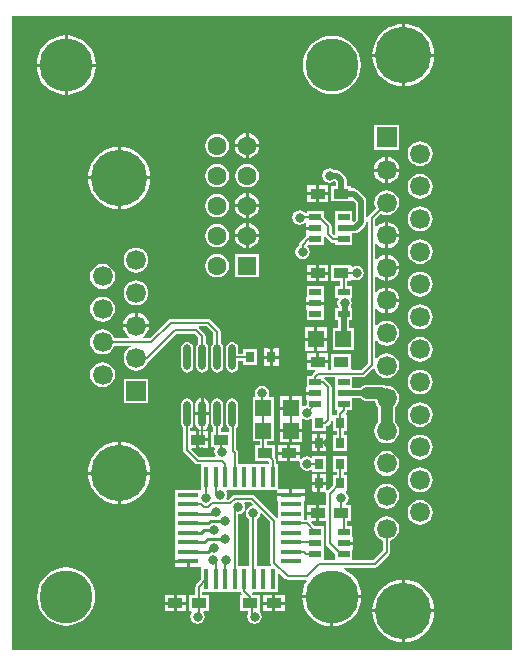
<source format=gtl>
G04 Layer_Physical_Order=1*
G04 Layer_Color=255*
%FSAX44Y44*%
%MOMM*%
G71*
G01*
G75*
%ADD10R,1.0000X0.6000*%
%ADD11R,0.7500X0.9500*%
%ADD12R,1.3000X0.9000*%
%ADD13R,1.3500X1.4500*%
%ADD14O,0.6000X2.2000*%
%ADD15R,1.8000X0.4500*%
%ADD16R,0.4500X1.8000*%
%ADD17C,0.2000*%
%ADD18C,1.0000*%
%ADD19C,0.5000*%
%ADD20C,0.2540*%
%ADD21C,1.6000*%
%ADD22R,1.6000X1.6000*%
%ADD23C,1.6900*%
%ADD24R,1.6900X1.6900*%
%ADD25C,4.7600*%
%ADD26C,4.5000*%
%ADD27C,0.8000*%
G36*
X00763762Y00639588D02*
X00341138D01*
Y01176512D01*
X00763762D01*
Y00639588D01*
D02*
G37*
%LPC*%
G36*
X00673350Y01169632D02*
Y01144580D01*
X00698401D01*
X00698176Y01147443D01*
X00697208Y01151475D01*
X00695622Y01155305D01*
X00693455Y01158840D01*
X00690763Y01161993D01*
X00687610Y01164685D01*
X00684075Y01166852D01*
X00680245Y01168438D01*
X00676213Y01169406D01*
X00673350Y01169632D01*
D02*
G37*
G36*
X00670810D02*
X00667947Y01169406D01*
X00663915Y01168438D01*
X00660085Y01166852D01*
X00656550Y01164685D01*
X00653397Y01161993D01*
X00650705Y01158840D01*
X00648538Y01155305D01*
X00646952Y01151475D01*
X00645984Y01147443D01*
X00645759Y01144580D01*
X00670810D01*
Y01169632D01*
D02*
G37*
G36*
X00387820Y01160036D02*
Y01136270D01*
X00411586D01*
X00411228Y01139909D01*
X00409796Y01144629D01*
X00407471Y01148979D01*
X00404342Y01152792D01*
X00400529Y01155921D01*
X00396179Y01158246D01*
X00391459Y01159678D01*
X00387820Y01160036D01*
D02*
G37*
G36*
X00385280Y01160036D02*
X00381641Y01159678D01*
X00376921Y01158246D01*
X00372571Y01155921D01*
X00368758Y01152792D01*
X00365629Y01148979D01*
X00363304Y01144629D01*
X00361872Y01139909D01*
X00361514Y01136270D01*
X00385280D01*
Y01160036D01*
D02*
G37*
G36*
X00670810Y01142040D02*
X00645759D01*
X00645984Y01139177D01*
X00646952Y01135145D01*
X00648538Y01131315D01*
X00650705Y01127780D01*
X00653397Y01124627D01*
X00656550Y01121935D01*
X00660085Y01119768D01*
X00663915Y01118182D01*
X00667947Y01117214D01*
X00670810Y01116988D01*
Y01142040D01*
D02*
G37*
G36*
X00698401D02*
X00673350D01*
Y01116988D01*
X00676213Y01117214D01*
X00680245Y01118182D01*
X00684075Y01119768D01*
X00687610Y01121935D01*
X00690763Y01124627D01*
X00693455Y01127780D01*
X00695622Y01131315D01*
X00697208Y01135145D01*
X00698176Y01139177D01*
X00698401Y01142040D01*
D02*
G37*
G36*
X00611550Y01159619D02*
X00606747Y01159146D01*
X00602129Y01157745D01*
X00597873Y01155470D01*
X00594142Y01152408D01*
X00591080Y01148677D01*
X00588806Y01144421D01*
X00587405Y01139803D01*
X00586931Y01135000D01*
X00587405Y01130197D01*
X00588806Y01125579D01*
X00591080Y01121323D01*
X00594142Y01117592D01*
X00597873Y01114530D01*
X00602129Y01112255D01*
X00606747Y01110854D01*
X00611550Y01110381D01*
X00616353Y01110854D01*
X00620971Y01112255D01*
X00625227Y01114530D01*
X00628958Y01117592D01*
X00632020Y01121323D01*
X00634295Y01125579D01*
X00635695Y01130197D01*
X00636169Y01135000D01*
X00635695Y01139803D01*
X00634295Y01144421D01*
X00632020Y01148677D01*
X00628958Y01152408D01*
X00625227Y01155470D01*
X00620971Y01157745D01*
X00616353Y01159146D01*
X00611550Y01159619D01*
D02*
G37*
G36*
X00411586Y01133730D02*
X00387820D01*
Y01109964D01*
X00391459Y01110322D01*
X00396179Y01111754D01*
X00400529Y01114079D01*
X00404342Y01117208D01*
X00407471Y01121021D01*
X00409796Y01125371D01*
X00411228Y01130091D01*
X00411586Y01133730D01*
D02*
G37*
G36*
X00385280D02*
X00361514D01*
X00361872Y01130091D01*
X00363304Y01125371D01*
X00365629Y01121021D01*
X00368758Y01117208D01*
X00372571Y01114079D01*
X00376921Y01111754D01*
X00381641Y01110322D01*
X00385280Y01109964D01*
Y01133730D01*
D02*
G37*
G36*
X00541020Y01077264D02*
Y01068070D01*
X00550214D01*
X00550019Y01069551D01*
X00548957Y01072115D01*
X00547267Y01074317D01*
X00545065Y01076007D01*
X00542501Y01077069D01*
X00541020Y01077264D01*
D02*
G37*
G36*
X00538480D02*
X00536998Y01077069D01*
X00534435Y01076007D01*
X00532233Y01074317D01*
X00530543Y01072115D01*
X00529481Y01069551D01*
X00529286Y01068070D01*
X00538480D01*
Y01077264D01*
D02*
G37*
G36*
X00668330Y01084160D02*
X00647430D01*
Y01063260D01*
X00668330D01*
Y01084160D01*
D02*
G37*
G36*
X00514350Y01076886D02*
X00511740Y01076543D01*
X00509307Y01075535D01*
X00507218Y01073932D01*
X00505615Y01071843D01*
X00504607Y01069410D01*
X00504264Y01066800D01*
X00504607Y01064190D01*
X00505615Y01061757D01*
X00507218Y01059668D01*
X00509307Y01058065D01*
X00511740Y01057057D01*
X00514350Y01056714D01*
X00516960Y01057057D01*
X00519393Y01058065D01*
X00521482Y01059668D01*
X00523085Y01061757D01*
X00524093Y01064190D01*
X00524436Y01066800D01*
X00524093Y01069410D01*
X00523085Y01071843D01*
X00521482Y01073932D01*
X00519393Y01075535D01*
X00516960Y01076543D01*
X00514350Y01076886D01*
D02*
G37*
G36*
X00550214Y01065530D02*
X00541020D01*
Y01056336D01*
X00542501Y01056531D01*
X00545065Y01057593D01*
X00547267Y01059283D01*
X00548957Y01061485D01*
X00550019Y01064048D01*
X00550214Y01065530D01*
D02*
G37*
G36*
X00538480D02*
X00529286D01*
X00529481Y01064048D01*
X00530543Y01061485D01*
X00532233Y01059283D01*
X00534435Y01057593D01*
X00536998Y01056531D01*
X00538480Y01056336D01*
Y01065530D01*
D02*
G37*
G36*
X00686280Y01070445D02*
X00683552Y01070086D01*
X00681010Y01069033D01*
X00678827Y01067358D01*
X00677152Y01065175D01*
X00676099Y01062633D01*
X00675740Y01059905D01*
X00676099Y01057177D01*
X00677152Y01054635D01*
X00678827Y01052452D01*
X00681010Y01050777D01*
X00683552Y01049724D01*
X00686280Y01049365D01*
X00689008Y01049724D01*
X00691550Y01050777D01*
X00693733Y01052452D01*
X00695408Y01054635D01*
X00696461Y01057177D01*
X00696820Y01059905D01*
X00696461Y01062633D01*
X00695408Y01065175D01*
X00693733Y01067358D01*
X00691550Y01069033D01*
X00689008Y01070086D01*
X00686280Y01070445D01*
D02*
G37*
G36*
X00659150Y01057018D02*
Y01047370D01*
X00668798D01*
X00668587Y01048969D01*
X00667480Y01051642D01*
X00665718Y01053938D01*
X00663422Y01055700D01*
X00660749Y01056807D01*
X00659150Y01057018D01*
D02*
G37*
G36*
X00656610D02*
X00655011Y01056807D01*
X00652338Y01055700D01*
X00650042Y01053938D01*
X00648280Y01051642D01*
X00647173Y01048969D01*
X00646962Y01047370D01*
X00656610D01*
Y01057018D01*
D02*
G37*
G36*
X00432820Y01065671D02*
Y01040620D01*
X00457872D01*
X00457646Y01043483D01*
X00456678Y01047515D01*
X00455092Y01051345D01*
X00452925Y01054880D01*
X00450233Y01058033D01*
X00447080Y01060725D01*
X00443545Y01062892D01*
X00439715Y01064478D01*
X00435683Y01065446D01*
X00432820Y01065671D01*
D02*
G37*
G36*
X00430280D02*
X00427417Y01065446D01*
X00423385Y01064478D01*
X00419555Y01062892D01*
X00416020Y01060725D01*
X00412867Y01058033D01*
X00410175Y01054880D01*
X00408008Y01051345D01*
X00406422Y01047515D01*
X00405454Y01043483D01*
X00405229Y01040620D01*
X00430280D01*
Y01065671D01*
D02*
G37*
G36*
X00668798Y01044830D02*
X00659150D01*
Y01035182D01*
X00660749Y01035393D01*
X00663422Y01036500D01*
X00665718Y01038262D01*
X00667480Y01040557D01*
X00668587Y01043231D01*
X00668798Y01044830D01*
D02*
G37*
G36*
X00656610D02*
X00646962D01*
X00647173Y01043231D01*
X00648280Y01040557D01*
X00650042Y01038262D01*
X00652338Y01036500D01*
X00655011Y01035393D01*
X00656610Y01035182D01*
Y01044830D01*
D02*
G37*
G36*
X00539750Y01051486D02*
X00537140Y01051143D01*
X00534707Y01050135D01*
X00532618Y01048532D01*
X00531015Y01046443D01*
X00530007Y01044010D01*
X00529664Y01041400D01*
X00530007Y01038790D01*
X00531015Y01036357D01*
X00532618Y01034268D01*
X00534707Y01032665D01*
X00537140Y01031657D01*
X00539750Y01031314D01*
X00542360Y01031657D01*
X00544793Y01032665D01*
X00546882Y01034268D01*
X00548485Y01036357D01*
X00549493Y01038790D01*
X00549836Y01041400D01*
X00549493Y01044010D01*
X00548485Y01046443D01*
X00546882Y01048532D01*
X00544793Y01050135D01*
X00542360Y01051143D01*
X00539750Y01051486D01*
D02*
G37*
G36*
X00514350D02*
X00511740Y01051143D01*
X00509307Y01050135D01*
X00507218Y01048532D01*
X00505615Y01046443D01*
X00504607Y01044010D01*
X00504264Y01041400D01*
X00504607Y01038790D01*
X00505615Y01036357D01*
X00507218Y01034268D01*
X00509307Y01032665D01*
X00511740Y01031657D01*
X00514350Y01031314D01*
X00516960Y01031657D01*
X00519393Y01032665D01*
X00521482Y01034268D01*
X00523085Y01036357D01*
X00524093Y01038790D01*
X00524436Y01041400D01*
X00524093Y01044010D01*
X00523085Y01046443D01*
X00521482Y01048532D01*
X00519393Y01050135D01*
X00516960Y01051143D01*
X00514350Y01051486D01*
D02*
G37*
G36*
X00608640Y01033200D02*
X00600870D01*
Y01027430D01*
X00608640D01*
Y01033200D01*
D02*
G37*
G36*
X00598330D02*
X00590560D01*
Y01027430D01*
X00598330D01*
Y01033200D01*
D02*
G37*
G36*
X00686280Y01042835D02*
X00683552Y01042476D01*
X00681010Y01041423D01*
X00678827Y01039748D01*
X00677152Y01037565D01*
X00676099Y01035023D01*
X00675740Y01032295D01*
X00676099Y01029567D01*
X00677152Y01027025D01*
X00678827Y01024842D01*
X00681010Y01023167D01*
X00683552Y01022114D01*
X00686280Y01021755D01*
X00689008Y01022114D01*
X00691550Y01023167D01*
X00693733Y01024842D01*
X00695408Y01027025D01*
X00696461Y01029567D01*
X00696820Y01032295D01*
X00696461Y01035023D01*
X00695408Y01037565D01*
X00693733Y01039748D01*
X00691550Y01041423D01*
X00689008Y01042476D01*
X00686280Y01042835D01*
D02*
G37*
G36*
X00608640Y01024890D02*
X00600870D01*
Y01019120D01*
X00608640D01*
Y01024890D01*
D02*
G37*
G36*
X00598330D02*
X00590560D01*
Y01019120D01*
X00598330D01*
Y01024890D01*
D02*
G37*
G36*
X00541020Y01026464D02*
Y01017270D01*
X00550214D01*
X00550019Y01018752D01*
X00548957Y01021316D01*
X00547267Y01023517D01*
X00545065Y01025207D01*
X00542501Y01026269D01*
X00541020Y01026464D01*
D02*
G37*
G36*
X00538480D02*
X00536998Y01026269D01*
X00534435Y01025207D01*
X00532233Y01023517D01*
X00530543Y01021316D01*
X00529481Y01018752D01*
X00529286Y01017270D01*
X00538480D01*
Y01026464D01*
D02*
G37*
G36*
X00457872Y01038080D02*
X00432820D01*
Y01013028D01*
X00435683Y01013254D01*
X00439715Y01014222D01*
X00443545Y01015808D01*
X00447080Y01017975D01*
X00450233Y01020667D01*
X00452925Y01023820D01*
X00455092Y01027355D01*
X00456678Y01031185D01*
X00457646Y01035217D01*
X00457872Y01038080D01*
D02*
G37*
G36*
X00430280D02*
X00405229D01*
X00405454Y01035217D01*
X00406422Y01031185D01*
X00408008Y01027355D01*
X00410175Y01023820D01*
X00412867Y01020667D01*
X00416020Y01017975D01*
X00419555Y01015808D01*
X00423385Y01014222D01*
X00427417Y01013254D01*
X00430280Y01013028D01*
Y01038080D01*
D02*
G37*
G36*
X00514350Y01026086D02*
X00511740Y01025743D01*
X00509307Y01024735D01*
X00507218Y01023132D01*
X00505615Y01021043D01*
X00504607Y01018611D01*
X00504264Y01016000D01*
X00504607Y01013390D01*
X00505615Y01010957D01*
X00507218Y01008868D01*
X00509307Y01007265D01*
X00511740Y01006257D01*
X00514350Y01005914D01*
X00516960Y01006257D01*
X00519393Y01007265D01*
X00521482Y01008868D01*
X00523085Y01010957D01*
X00524093Y01013390D01*
X00524436Y01016000D01*
X00524093Y01018611D01*
X00523085Y01021043D01*
X00521482Y01023132D01*
X00519393Y01024735D01*
X00516960Y01025743D01*
X00514350Y01026086D01*
D02*
G37*
G36*
X00550214Y01014730D02*
X00541020D01*
Y01005536D01*
X00542501Y01005731D01*
X00545065Y01006793D01*
X00547267Y01008483D01*
X00548957Y01010685D01*
X00550019Y01013249D01*
X00550214Y01014730D01*
D02*
G37*
G36*
X00538480D02*
X00529286D01*
X00529481Y01013249D01*
X00530543Y01010685D01*
X00532233Y01008483D01*
X00534435Y01006793D01*
X00536998Y01005731D01*
X00538480Y01005536D01*
Y01014730D01*
D02*
G37*
G36*
X00609600Y01047517D02*
X00607259Y01047052D01*
X00605274Y01045726D01*
X00603948Y01043741D01*
X00603483Y01041400D01*
X00603948Y01039059D01*
X00605274Y01037074D01*
X00607259Y01035748D01*
X00609600Y01035283D01*
X00611941Y01035748D01*
X00613533Y01036812D01*
X00614049D01*
X00615012Y01035850D01*
Y01032660D01*
X00611100D01*
Y01019660D01*
X00628100D01*
Y01019832D01*
X00629273Y01020318D01*
X00631682Y01017909D01*
Y01003931D01*
X00629870Y01002119D01*
X00628600Y01002645D01*
Y01011450D01*
X00614600D01*
Y01001450D01*
Y00991722D01*
X00613330Y00991196D01*
X00611389Y00993137D01*
Y00998463D01*
X00611156Y00999633D01*
X00610493Y01000626D01*
X00610493Y01000626D01*
X00604600Y01006518D01*
Y01011450D01*
X00590600D01*
Y01009509D01*
X00588965D01*
X00588526Y01010166D01*
X00586541Y01011492D01*
X00584200Y01011957D01*
X00581859Y01011492D01*
X00579874Y01010166D01*
X00578548Y01008181D01*
X00578083Y01005840D01*
X00578548Y01003499D01*
X00579874Y01001514D01*
X00581859Y01000188D01*
X00584200Y00999723D01*
X00586541Y01000188D01*
X00588526Y01001514D01*
X00588790Y01001910D01*
X00590060Y01001525D01*
Y00998220D01*
X00597600D01*
Y00995680D01*
X00590060D01*
Y00991410D01*
X00590060Y00991410D01*
X00589922Y00990197D01*
X00589047Y00989613D01*
X00589047Y00989613D01*
X00584577Y00985143D01*
X00583914Y00984150D01*
X00583681Y00982980D01*
X00583681Y00982980D01*
Y00981802D01*
X00582414Y00980956D01*
X00581088Y00978971D01*
X00580622Y00976630D01*
X00581088Y00974289D01*
X00582414Y00972304D01*
X00584399Y00970978D01*
X00586740Y00970512D01*
X00589081Y00970978D01*
X00591066Y00972304D01*
X00592392Y00974289D01*
X00592858Y00976630D01*
X00592392Y00978971D01*
X00591066Y00980956D01*
X00590730Y00981180D01*
X00591115Y00982450D01*
X00604600D01*
Y00989767D01*
X00605870Y00990152D01*
X00606167Y00989707D01*
X00610587Y00985287D01*
X00610587Y00985287D01*
X00611579Y00984624D01*
X00612750Y00984391D01*
X00614600D01*
Y00982450D01*
X00628600D01*
Y00992362D01*
X00631190D01*
X00632946Y00992711D01*
X00634434Y00993706D01*
X00639514Y00998786D01*
X00640509Y01000274D01*
X00640831Y01001895D01*
X00642101Y01001769D01*
Y00882647D01*
X00636273Y00876819D01*
X00629121D01*
X00628100Y00877420D01*
X00628100Y00878089D01*
Y00890420D01*
X00611100D01*
Y00878089D01*
X00611100Y00877420D01*
X00610079Y00876819D01*
X00609885D01*
X00608640Y00876880D01*
X00608640Y00878089D01*
Y00882650D01*
X00599600D01*
X00590560D01*
Y00876880D01*
X00597206D01*
X00597234Y00876844D01*
X00597664Y00875610D01*
X00595437Y00873383D01*
X00594774Y00872391D01*
X00594647Y00871750D01*
X00590600D01*
Y00862790D01*
X00590060D01*
Y00858520D01*
X00597600D01*
Y00855980D01*
X00590060D01*
Y00851710D01*
X00590600D01*
Y00846899D01*
X00590550Y00846858D01*
X00588209Y00846392D01*
X00587460Y00845891D01*
X00586190Y00846570D01*
Y00854340D01*
X00578170D01*
Y00844550D01*
X00576900D01*
Y00843280D01*
X00567610D01*
Y00834760D01*
Y00826770D01*
X00576900D01*
Y00825500D01*
D01*
Y00826770D01*
X00586190D01*
Y00834910D01*
X00587460Y00835589D01*
X00588209Y00835088D01*
X00590550Y00834622D01*
X00592891Y00835088D01*
X00593730Y00835649D01*
X00594850Y00835050D01*
Y00825100D01*
X00606350D01*
Y00828903D01*
X00606960Y00829024D01*
X00607953Y00829687D01*
X00610493Y00832227D01*
X00610493Y00832227D01*
X00611156Y00833219D01*
X00611389Y00834390D01*
Y00862330D01*
X00611389Y00862330D01*
X00611156Y00863501D01*
X00610493Y00864493D01*
X00610493Y00864493D01*
X00606073Y00868913D01*
X00605297Y00869431D01*
X00605409Y00870439D01*
X00605508Y00870701D01*
X00614600D01*
Y00861750D01*
Y00852250D01*
Y00842750D01*
X00615832D01*
X00616261Y00841480D01*
X00615774Y00840751D01*
X00615541Y00839580D01*
X00614785Y00838600D01*
X00612850D01*
Y00825100D01*
X00615541D01*
Y00822090D01*
X00612850D01*
Y00808590D01*
X00624350D01*
Y00822090D01*
X00621659D01*
Y00825100D01*
X00624350D01*
Y00838600D01*
X00623605D01*
X00623119Y00839773D01*
X00623763Y00840417D01*
X00623763Y00840417D01*
X00624426Y00841410D01*
X00624659Y00842580D01*
X00625889Y00842750D01*
X00628600D01*
Y00852662D01*
X00636047D01*
X00636358Y00852258D01*
X00637820Y00851135D01*
X00639523Y00850430D01*
X00641350Y00850190D01*
X00647688D01*
X00647699Y00850102D01*
X00648752Y00847560D01*
X00650427Y00845377D01*
X00650820Y00845076D01*
Y00832974D01*
X00650427Y00832673D01*
X00648752Y00830490D01*
X00647699Y00827948D01*
X00647340Y00825220D01*
X00647699Y00822492D01*
X00648752Y00819950D01*
X00650427Y00817767D01*
X00652610Y00816092D01*
X00655152Y00815039D01*
X00657880Y00814680D01*
X00660608Y00815039D01*
X00663150Y00816092D01*
X00665333Y00817767D01*
X00667008Y00819950D01*
X00668061Y00822492D01*
X00668420Y00825220D01*
X00668061Y00827948D01*
X00667008Y00830490D01*
X00665333Y00832673D01*
X00664940Y00832974D01*
Y00845076D01*
X00665333Y00845377D01*
X00667008Y00847560D01*
X00668061Y00850102D01*
X00668420Y00852830D01*
X00668061Y00855558D01*
X00667008Y00858100D01*
X00665333Y00860283D01*
X00663150Y00861958D01*
X00660608Y00863011D01*
X00657880Y00863370D01*
X00657114Y00863269D01*
X00656990Y00863364D01*
X00655287Y00864070D01*
X00653460Y00864310D01*
X00641350D01*
X00639523Y00864070D01*
X00637820Y00863364D01*
X00636358Y00862242D01*
X00636047Y00861838D01*
X00628600D01*
Y00870701D01*
X00637540D01*
X00637540Y00870701D01*
X00638711Y00870934D01*
X00639703Y00871597D01*
X00646348Y00878242D01*
X00647689Y00877787D01*
X00647699Y00877712D01*
X00648752Y00875170D01*
X00650427Y00872987D01*
X00652610Y00871312D01*
X00655152Y00870259D01*
X00657880Y00869900D01*
X00660608Y00870259D01*
X00663150Y00871312D01*
X00665333Y00872987D01*
X00667008Y00875170D01*
X00668061Y00877712D01*
X00668420Y00880440D01*
X00668061Y00883168D01*
X00667008Y00885710D01*
X00665333Y00887893D01*
X00663150Y00889568D01*
X00660608Y00890621D01*
X00657880Y00890980D01*
X00655152Y00890621D01*
X00652610Y00889568D01*
X00650427Y00887893D01*
X00649489Y00886670D01*
X00648219Y00887101D01*
Y00901388D01*
X00649489Y00901820D01*
X00650427Y00900597D01*
X00652610Y00898922D01*
X00655152Y00897869D01*
X00657880Y00897510D01*
X00660608Y00897869D01*
X00663150Y00898922D01*
X00665333Y00900597D01*
X00667008Y00902780D01*
X00668061Y00905322D01*
X00668420Y00908050D01*
X00668061Y00910778D01*
X00667008Y00913320D01*
X00665333Y00915503D01*
X00663150Y00917178D01*
X00660608Y00918231D01*
X00657880Y00918590D01*
X00655152Y00918231D01*
X00652610Y00917178D01*
X00650427Y00915503D01*
X00649489Y00914280D01*
X00648219Y00914711D01*
Y00928111D01*
X00649489Y00928543D01*
X00650042Y00927822D01*
X00652338Y00926060D01*
X00655011Y00924953D01*
X00656610Y00924742D01*
Y00935660D01*
Y00946578D01*
X00655011Y00946367D01*
X00652338Y00945260D01*
X00650042Y00943498D01*
X00649489Y00942777D01*
X00648219Y00943208D01*
Y00955722D01*
X00649489Y00956153D01*
X00650042Y00955432D01*
X00652338Y00953670D01*
X00655011Y00952563D01*
X00656610Y00952352D01*
Y00963270D01*
Y00974188D01*
X00655011Y00973977D01*
X00652338Y00972870D01*
X00650042Y00971108D01*
X00649489Y00970387D01*
X00648219Y00970818D01*
Y00983331D01*
X00649489Y00983763D01*
X00650042Y00983042D01*
X00652338Y00981280D01*
X00655011Y00980173D01*
X00656610Y00979962D01*
Y00990880D01*
Y01001798D01*
X00655011Y01001587D01*
X00652338Y01000480D01*
X00650042Y00998718D01*
X00649489Y00997997D01*
X00648219Y00998428D01*
Y01004503D01*
X00652941Y01009225D01*
X00655152Y01008309D01*
X00657880Y01007950D01*
X00660608Y01008309D01*
X00663150Y01009362D01*
X00665333Y01011037D01*
X00667008Y01013220D01*
X00668061Y01015762D01*
X00668420Y01018490D01*
X00668061Y01021218D01*
X00667008Y01023760D01*
X00665333Y01025943D01*
X00663150Y01027618D01*
X00660608Y01028671D01*
X00657880Y01029030D01*
X00655152Y01028671D01*
X00652610Y01027618D01*
X00650427Y01025943D01*
X00648752Y01023760D01*
X00647699Y01021218D01*
X00647340Y01018490D01*
X00647699Y01015762D01*
X00648615Y01013551D01*
X00642997Y01007933D01*
X00642334Y01006941D01*
X00642128Y01005906D01*
X00640858Y01006031D01*
Y01019810D01*
X00640509Y01021566D01*
X00639514Y01023054D01*
X00633164Y01029404D01*
X00631676Y01030399D01*
X00629920Y01030748D01*
X00628100D01*
Y01032660D01*
X00624188D01*
Y01037750D01*
X00623839Y01039506D01*
X00622844Y01040994D01*
X00619194Y01044644D01*
X00617706Y01045639D01*
X00615950Y01045988D01*
X00613533D01*
X00611941Y01047052D01*
X00609600Y01047517D01*
D02*
G37*
G36*
X00686280Y01015225D02*
X00683552Y01014866D01*
X00681010Y01013813D01*
X00678827Y01012138D01*
X00677152Y01009955D01*
X00676099Y01007413D01*
X00675740Y01004685D01*
X00676099Y01001957D01*
X00677152Y00999415D01*
X00678827Y00997232D01*
X00681010Y00995557D01*
X00683552Y00994504D01*
X00686280Y00994145D01*
X00689008Y00994504D01*
X00691550Y00995557D01*
X00693733Y00997232D01*
X00695408Y00999415D01*
X00696461Y01001957D01*
X00696820Y01004685D01*
X00696461Y01007413D01*
X00695408Y01009955D01*
X00693733Y01012138D01*
X00691550Y01013813D01*
X00689008Y01014866D01*
X00686280Y01015225D01*
D02*
G37*
G36*
X00659150Y01001798D02*
Y00992150D01*
X00668798D01*
X00668587Y00993749D01*
X00667480Y00996422D01*
X00665718Y00998718D01*
X00663422Y01000480D01*
X00660749Y01001587D01*
X00659150Y01001798D01*
D02*
G37*
G36*
X00541020Y01001064D02*
Y00991870D01*
X00550214D01*
X00550019Y00993352D01*
X00548957Y00995916D01*
X00547267Y00998117D01*
X00545065Y00999807D01*
X00542501Y01000869D01*
X00541020Y01001064D01*
D02*
G37*
G36*
X00538480D02*
X00536998Y01000869D01*
X00534435Y00999807D01*
X00532233Y00998117D01*
X00530543Y00995916D01*
X00529481Y00993352D01*
X00529286Y00991870D01*
X00538480D01*
Y01001064D01*
D02*
G37*
G36*
X00514350Y01000686D02*
X00511740Y01000343D01*
X00509307Y00999335D01*
X00507218Y00997732D01*
X00505615Y00995643D01*
X00504607Y00993211D01*
X00504264Y00990600D01*
X00504607Y00987990D01*
X00505615Y00985557D01*
X00507218Y00983468D01*
X00509307Y00981865D01*
X00511740Y00980857D01*
X00514350Y00980514D01*
X00516960Y00980857D01*
X00519393Y00981865D01*
X00521482Y00983468D01*
X00523085Y00985557D01*
X00524093Y00987990D01*
X00524436Y00990600D01*
X00524093Y00993211D01*
X00523085Y00995643D01*
X00521482Y00997732D01*
X00519393Y00999335D01*
X00516960Y01000343D01*
X00514350Y01000686D01*
D02*
G37*
G36*
X00550214Y00989330D02*
X00541020D01*
Y00980136D01*
X00542501Y00980331D01*
X00545065Y00981393D01*
X00547267Y00983083D01*
X00548957Y00985285D01*
X00550019Y00987849D01*
X00550214Y00989330D01*
D02*
G37*
G36*
X00538480D02*
X00529286D01*
X00529481Y00987849D01*
X00530543Y00985285D01*
X00532233Y00983083D01*
X00534435Y00981393D01*
X00536998Y00980331D01*
X00538480Y00980136D01*
Y00989330D01*
D02*
G37*
G36*
X00668798Y00989610D02*
X00659150D01*
Y00979962D01*
X00660749Y00980173D01*
X00663422Y00981280D01*
X00665718Y00983042D01*
X00667480Y00985338D01*
X00668587Y00988011D01*
X00668798Y00989610D01*
D02*
G37*
G36*
X00686280Y00987615D02*
X00683552Y00987256D01*
X00681010Y00986203D01*
X00678827Y00984528D01*
X00677152Y00982345D01*
X00676099Y00979803D01*
X00675740Y00977075D01*
X00676099Y00974347D01*
X00677152Y00971805D01*
X00678827Y00969622D01*
X00681010Y00967947D01*
X00683552Y00966894D01*
X00686280Y00966535D01*
X00689008Y00966894D01*
X00691550Y00967947D01*
X00693733Y00969622D01*
X00695408Y00971805D01*
X00696461Y00974347D01*
X00696820Y00977075D01*
X00696461Y00979803D01*
X00695408Y00982345D01*
X00693733Y00984528D01*
X00691550Y00986203D01*
X00689008Y00987256D01*
X00686280Y00987615D01*
D02*
G37*
G36*
X00659150Y00974188D02*
Y00964540D01*
X00668798D01*
X00668587Y00966139D01*
X00667480Y00968812D01*
X00665718Y00971108D01*
X00663422Y00972870D01*
X00660749Y00973977D01*
X00659150Y00974188D01*
D02*
G37*
G36*
X00608640Y00965890D02*
X00600870D01*
Y00960120D01*
X00608640D01*
Y00965890D01*
D02*
G37*
G36*
X00598330D02*
X00590560D01*
Y00960120D01*
X00598330D01*
Y00965890D01*
D02*
G37*
G36*
X00445750Y00980340D02*
X00443022Y00979981D01*
X00440480Y00978928D01*
X00438297Y00977253D01*
X00436622Y00975070D01*
X00435569Y00972528D01*
X00435210Y00969800D01*
X00435569Y00967072D01*
X00436622Y00964530D01*
X00438297Y00962347D01*
X00440480Y00960672D01*
X00443022Y00959619D01*
X00445750Y00959260D01*
X00448478Y00959619D01*
X00451020Y00960672D01*
X00453203Y00962347D01*
X00454878Y00964530D01*
X00455931Y00967072D01*
X00456290Y00969800D01*
X00455931Y00972528D01*
X00454878Y00975070D01*
X00453203Y00977253D01*
X00451020Y00978928D01*
X00448478Y00979981D01*
X00445750Y00980340D01*
D02*
G37*
G36*
X00549750Y00975200D02*
X00529750D01*
Y00955200D01*
X00549750D01*
Y00975200D01*
D02*
G37*
G36*
X00514350Y00975286D02*
X00511740Y00974943D01*
X00509307Y00973935D01*
X00507218Y00972332D01*
X00505615Y00970243D01*
X00504607Y00967811D01*
X00504264Y00965200D01*
X00504607Y00962589D01*
X00505615Y00960157D01*
X00507218Y00958068D01*
X00509307Y00956465D01*
X00511740Y00955457D01*
X00514350Y00955114D01*
X00516960Y00955457D01*
X00519393Y00956465D01*
X00521482Y00958068D01*
X00523085Y00960157D01*
X00524093Y00962589D01*
X00524436Y00965200D01*
X00524093Y00967811D01*
X00523085Y00970243D01*
X00521482Y00972332D01*
X00519393Y00973935D01*
X00516960Y00974943D01*
X00514350Y00975286D01*
D02*
G37*
G36*
X00628100Y00965350D02*
X00611100D01*
Y00952350D01*
X00618541D01*
Y00947950D01*
X00614600D01*
Y00937950D01*
X00616563D01*
X00617242Y00936680D01*
X00616648Y00935791D01*
X00616183Y00933450D01*
X00616648Y00931109D01*
X00617242Y00930220D01*
X00616563Y00928950D01*
X00614600D01*
Y00918950D01*
X00617012D01*
Y00912220D01*
X00612600D01*
Y00893720D01*
X00630100D01*
Y00912220D01*
X00626188D01*
Y00918950D01*
X00628600D01*
Y00928950D01*
X00628037D01*
X00627358Y00930220D01*
X00627952Y00931109D01*
X00628418Y00933450D01*
X00627952Y00935791D01*
X00627358Y00936680D01*
X00628037Y00937950D01*
X00628600D01*
Y00947950D01*
X00624659D01*
Y00952350D01*
X00628100D01*
Y00953020D01*
X00629370Y00953699D01*
X00630119Y00953198D01*
X00632460Y00952732D01*
X00634801Y00953198D01*
X00636786Y00954524D01*
X00638112Y00956509D01*
X00638577Y00958850D01*
X00638112Y00961191D01*
X00636786Y00963176D01*
X00634801Y00964502D01*
X00632460Y00964967D01*
X00630119Y00964502D01*
X00629370Y00964001D01*
X00628100Y00964680D01*
Y00965350D01*
D02*
G37*
G36*
X00668798Y00962000D02*
X00659150D01*
Y00952352D01*
X00660749Y00952563D01*
X00663422Y00953670D01*
X00665718Y00955432D01*
X00667480Y00957728D01*
X00668587Y00960401D01*
X00668798Y00962000D01*
D02*
G37*
G36*
X00608640Y00957580D02*
X00600870D01*
Y00951810D01*
X00608640D01*
Y00957580D01*
D02*
G37*
G36*
X00598330D02*
X00590560D01*
Y00951810D01*
X00598330D01*
Y00957580D01*
D02*
G37*
G36*
X00417350Y00966490D02*
X00414622Y00966131D01*
X00412080Y00965078D01*
X00409897Y00963403D01*
X00408222Y00961220D01*
X00407169Y00958678D01*
X00406810Y00955950D01*
X00407169Y00953222D01*
X00408222Y00950680D01*
X00409897Y00948497D01*
X00412080Y00946822D01*
X00414622Y00945769D01*
X00417350Y00945410D01*
X00420078Y00945769D01*
X00422620Y00946822D01*
X00424803Y00948497D01*
X00426478Y00950680D01*
X00427531Y00953222D01*
X00427890Y00955950D01*
X00427531Y00958678D01*
X00426478Y00961220D01*
X00424803Y00963403D01*
X00422620Y00965078D01*
X00420078Y00966131D01*
X00417350Y00966490D01*
D02*
G37*
G36*
X00686280Y00960005D02*
X00683552Y00959646D01*
X00681010Y00958593D01*
X00678827Y00956918D01*
X00677152Y00954735D01*
X00676099Y00952193D01*
X00675740Y00949465D01*
X00676099Y00946737D01*
X00677152Y00944195D01*
X00678827Y00942012D01*
X00681010Y00940337D01*
X00683552Y00939284D01*
X00686280Y00938925D01*
X00689008Y00939284D01*
X00691550Y00940337D01*
X00693733Y00942012D01*
X00695408Y00944195D01*
X00696461Y00946737D01*
X00696820Y00949465D01*
X00696461Y00952193D01*
X00695408Y00954735D01*
X00693733Y00956918D01*
X00691550Y00958593D01*
X00689008Y00959646D01*
X00686280Y00960005D01*
D02*
G37*
G36*
X00659150Y00946578D02*
Y00936930D01*
X00668798D01*
X00668587Y00938529D01*
X00667480Y00941202D01*
X00665718Y00943498D01*
X00663422Y00945260D01*
X00660749Y00946367D01*
X00659150Y00946578D01*
D02*
G37*
G36*
X00604600Y00947950D02*
X00590600D01*
Y00938990D01*
X00590060D01*
Y00934720D01*
X00597600D01*
X00605140D01*
Y00938990D01*
X00604600D01*
Y00947950D01*
D02*
G37*
G36*
X00445750Y00952640D02*
X00443022Y00952281D01*
X00440480Y00951228D01*
X00438297Y00949553D01*
X00436622Y00947370D01*
X00435569Y00944828D01*
X00435210Y00942100D01*
X00435569Y00939372D01*
X00436622Y00936830D01*
X00438297Y00934647D01*
X00440480Y00932972D01*
X00443022Y00931919D01*
X00445750Y00931560D01*
X00448478Y00931919D01*
X00451020Y00932972D01*
X00453203Y00934647D01*
X00454878Y00936830D01*
X00455931Y00939372D01*
X00456290Y00942100D01*
X00455931Y00944828D01*
X00454878Y00947370D01*
X00453203Y00949553D01*
X00451020Y00951228D01*
X00448478Y00952281D01*
X00445750Y00952640D01*
D02*
G37*
G36*
X00668798Y00934390D02*
X00659150D01*
Y00924742D01*
X00660749Y00924953D01*
X00663422Y00926060D01*
X00665718Y00927822D01*
X00667480Y00930118D01*
X00668587Y00932791D01*
X00668798Y00934390D01*
D02*
G37*
G36*
X00605140Y00932180D02*
X00597600D01*
X00590060D01*
Y00927910D01*
X00590600D01*
Y00918950D01*
X00604600D01*
Y00927910D01*
X00605140D01*
Y00932180D01*
D02*
G37*
G36*
X00417350Y00938790D02*
X00414622Y00938431D01*
X00412080Y00937378D01*
X00409897Y00935703D01*
X00408222Y00933520D01*
X00407169Y00930978D01*
X00406810Y00928250D01*
X00407169Y00925522D01*
X00408222Y00922980D01*
X00409897Y00920797D01*
X00412080Y00919122D01*
X00414622Y00918069D01*
X00417350Y00917710D01*
X00420078Y00918069D01*
X00422620Y00919122D01*
X00424803Y00920797D01*
X00426478Y00922980D01*
X00427531Y00925522D01*
X00427890Y00928250D01*
X00427531Y00930978D01*
X00426478Y00933520D01*
X00424803Y00935703D01*
X00422620Y00937378D01*
X00420078Y00938431D01*
X00417350Y00938790D01*
D02*
G37*
G36*
X00447020Y00925318D02*
Y00915670D01*
X00456668D01*
X00456457Y00917269D01*
X00455350Y00919942D01*
X00453588Y00922238D01*
X00451292Y00924000D01*
X00448619Y00925107D01*
X00447020Y00925318D01*
D02*
G37*
G36*
X00444480Y00925318D02*
X00442881Y00925107D01*
X00440208Y00924000D01*
X00437912Y00922238D01*
X00436150Y00919942D01*
X00435043Y00917269D01*
X00434832Y00915670D01*
X00444480D01*
Y00925318D01*
D02*
G37*
G36*
X00686280Y00932395D02*
X00683552Y00932036D01*
X00681010Y00930983D01*
X00678827Y00929308D01*
X00677152Y00927125D01*
X00676099Y00924583D01*
X00675740Y00921855D01*
X00676099Y00919127D01*
X00677152Y00916585D01*
X00678827Y00914402D01*
X00681010Y00912727D01*
X00683552Y00911674D01*
X00686280Y00911315D01*
X00689008Y00911674D01*
X00691550Y00912727D01*
X00693733Y00914402D01*
X00695408Y00916585D01*
X00696461Y00919127D01*
X00696820Y00921855D01*
X00696461Y00924583D01*
X00695408Y00927125D01*
X00693733Y00929308D01*
X00691550Y00930983D01*
X00689008Y00932036D01*
X00686280Y00932395D01*
D02*
G37*
G36*
X00607140Y00912760D02*
X00599120D01*
Y00904240D01*
X00607140D01*
Y00912760D01*
D02*
G37*
G36*
X00596580D02*
X00588560D01*
Y00904240D01*
X00596580D01*
Y00912760D01*
D02*
G37*
G36*
X00607140Y00901700D02*
X00599120D01*
Y00893180D01*
X00607140D01*
Y00901700D01*
D02*
G37*
G36*
X00596580D02*
X00588560D01*
Y00893180D01*
X00596580D01*
Y00901700D01*
D02*
G37*
G36*
X00566470Y00895020D02*
X00561450D01*
Y00889000D01*
X00566470D01*
Y00895020D01*
D02*
G37*
G36*
X00558910D02*
X00553890D01*
Y00889000D01*
X00558910D01*
Y00895020D01*
D02*
G37*
G36*
X00608640Y00890960D02*
X00600870D01*
Y00885190D01*
X00608640D01*
Y00890960D01*
D02*
G37*
G36*
X00598330D02*
X00590560D01*
Y00885190D01*
X00598330D01*
Y00890960D01*
D02*
G37*
G36*
X00686280Y00904785D02*
X00683552Y00904426D01*
X00681010Y00903373D01*
X00678827Y00901698D01*
X00677152Y00899515D01*
X00676099Y00896973D01*
X00675740Y00894245D01*
X00676099Y00891517D01*
X00677152Y00888975D01*
X00678827Y00886792D01*
X00681010Y00885117D01*
X00683552Y00884064D01*
X00686280Y00883705D01*
X00689008Y00884064D01*
X00691550Y00885117D01*
X00693733Y00886792D01*
X00695408Y00888975D01*
X00696461Y00891517D01*
X00696820Y00894245D01*
X00696461Y00896973D01*
X00695408Y00899515D01*
X00693733Y00901698D01*
X00691550Y00903373D01*
X00689008Y00904426D01*
X00686280Y00904785D01*
D02*
G37*
G36*
X00527050Y00900698D02*
X00525099Y00900310D01*
X00523445Y00899205D01*
X00522340Y00897551D01*
X00521952Y00895600D01*
Y00879600D01*
X00522340Y00877649D01*
X00523445Y00875995D01*
X00525099Y00874890D01*
X00527050Y00874502D01*
X00529001Y00874890D01*
X00530655Y00875995D01*
X00531760Y00877649D01*
X00532148Y00879600D01*
Y00884541D01*
X00536430D01*
Y00880980D01*
X00547930D01*
Y00894480D01*
X00536430D01*
Y00890659D01*
X00532148D01*
Y00895600D01*
X00531760Y00897551D01*
X00530655Y00899205D01*
X00529001Y00900310D01*
X00527050Y00900698D01*
D02*
G37*
G36*
X00566470Y00886460D02*
X00561450D01*
Y00880440D01*
X00566470D01*
Y00886460D01*
D02*
G37*
G36*
X00558910D02*
X00553890D01*
Y00880440D01*
X00558910D01*
Y00886460D01*
D02*
G37*
G36*
X00506730Y00919999D02*
X00506730Y00919999D01*
X00474980D01*
X00473809Y00919766D01*
X00472817Y00919103D01*
X00472817Y00919103D01*
X00457323Y00903609D01*
X00452232D01*
X00451393Y00904737D01*
X00451395Y00904879D01*
X00453588Y00906562D01*
X00455350Y00908858D01*
X00456457Y00911531D01*
X00456668Y00913130D01*
X00445750D01*
X00434832D01*
X00435043Y00911531D01*
X00436150Y00908858D01*
X00437912Y00906562D01*
X00440105Y00904879D01*
X00440107Y00904737D01*
X00439268Y00903609D01*
X00427394D01*
X00426478Y00905820D01*
X00424803Y00908003D01*
X00422620Y00909678D01*
X00420078Y00910731D01*
X00417350Y00911090D01*
X00414622Y00910731D01*
X00412080Y00909678D01*
X00409897Y00908003D01*
X00408222Y00905820D01*
X00407169Y00903278D01*
X00406810Y00900550D01*
X00407169Y00897822D01*
X00408222Y00895280D01*
X00409897Y00893097D01*
X00412080Y00891422D01*
X00414622Y00890369D01*
X00417350Y00890010D01*
X00420078Y00890369D01*
X00422620Y00891422D01*
X00424803Y00893097D01*
X00426478Y00895280D01*
X00427394Y00897491D01*
X00441176D01*
X00441429Y00896221D01*
X00440480Y00895828D01*
X00438297Y00894153D01*
X00436622Y00891970D01*
X00435569Y00889428D01*
X00435210Y00886700D01*
X00435569Y00883972D01*
X00436622Y00881430D01*
X00438297Y00879247D01*
X00440480Y00877572D01*
X00443022Y00876519D01*
X00445750Y00876160D01*
X00448478Y00876519D01*
X00451020Y00877572D01*
X00453203Y00879247D01*
X00454878Y00881430D01*
X00455874Y00883835D01*
X00456071Y00883874D01*
X00457063Y00884537D01*
X00480057Y00907531D01*
X00495303D01*
X00498591Y00904243D01*
Y00899570D01*
X00498045Y00899205D01*
X00496940Y00897551D01*
X00496552Y00895600D01*
Y00879600D01*
X00496940Y00877649D01*
X00498045Y00875995D01*
X00499699Y00874890D01*
X00501650Y00874502D01*
X00503601Y00874890D01*
X00505255Y00875995D01*
X00506360Y00877649D01*
X00506748Y00879600D01*
Y00895600D01*
X00506360Y00897551D01*
X00505255Y00899205D01*
X00504709Y00899570D01*
Y00905510D01*
X00504709Y00905510D01*
X00504476Y00906681D01*
X00503813Y00907673D01*
X00503813Y00907673D01*
X00498875Y00912611D01*
X00498966Y00913194D01*
X00499330Y00913881D01*
X00505463D01*
X00511291Y00908053D01*
Y00899570D01*
X00510745Y00899205D01*
X00509640Y00897551D01*
X00509252Y00895600D01*
Y00879600D01*
X00509640Y00877649D01*
X00510745Y00875995D01*
X00512399Y00874890D01*
X00514350Y00874502D01*
X00516301Y00874890D01*
X00517955Y00875995D01*
X00519060Y00877649D01*
X00519448Y00879600D01*
Y00895600D01*
X00519060Y00897551D01*
X00517955Y00899205D01*
X00517409Y00899570D01*
Y00909320D01*
X00517176Y00910490D01*
X00516513Y00911483D01*
X00508893Y00919103D01*
X00507901Y00919766D01*
X00506730Y00919999D01*
D02*
G37*
G36*
X00488950Y00900698D02*
X00486999Y00900310D01*
X00485345Y00899205D01*
X00484240Y00897551D01*
X00483852Y00895600D01*
Y00879600D01*
X00484240Y00877649D01*
X00485345Y00875995D01*
X00486999Y00874890D01*
X00488950Y00874502D01*
X00490901Y00874890D01*
X00492555Y00875995D01*
X00493660Y00877649D01*
X00494048Y00879600D01*
Y00895600D01*
X00493660Y00897551D01*
X00492555Y00899205D01*
X00490901Y00900310D01*
X00488950Y00900698D01*
D02*
G37*
G36*
X00417350Y00883390D02*
X00414622Y00883031D01*
X00412080Y00881978D01*
X00409897Y00880303D01*
X00408222Y00878120D01*
X00407169Y00875578D01*
X00406810Y00872850D01*
X00407169Y00870122D01*
X00408222Y00867580D01*
X00409897Y00865397D01*
X00412080Y00863722D01*
X00414622Y00862669D01*
X00417350Y00862310D01*
X00420078Y00862669D01*
X00422620Y00863722D01*
X00424803Y00865397D01*
X00426478Y00867580D01*
X00427531Y00870122D01*
X00427890Y00872850D01*
X00427531Y00875578D01*
X00426478Y00878120D01*
X00424803Y00880303D01*
X00422620Y00881978D01*
X00420078Y00883031D01*
X00417350Y00883390D01*
D02*
G37*
G36*
X00686280Y00877175D02*
X00683552Y00876816D01*
X00681010Y00875763D01*
X00678827Y00874088D01*
X00677152Y00871905D01*
X00676099Y00869363D01*
X00675740Y00866635D01*
X00676099Y00863907D01*
X00677152Y00861365D01*
X00678827Y00859182D01*
X00681010Y00857507D01*
X00683552Y00856454D01*
X00686280Y00856095D01*
X00689008Y00856454D01*
X00691550Y00857507D01*
X00693733Y00859182D01*
X00695408Y00861365D01*
X00696461Y00863907D01*
X00696820Y00866635D01*
X00696461Y00869363D01*
X00695408Y00871905D01*
X00693733Y00874088D01*
X00691550Y00875763D01*
X00689008Y00876816D01*
X00686280Y00877175D01*
D02*
G37*
G36*
X00456200Y00869450D02*
X00435300D01*
Y00848550D01*
X00456200D01*
Y00869450D01*
D02*
G37*
G36*
X00575630Y00854340D02*
X00567610D01*
Y00845820D01*
X00575630D01*
Y00854340D01*
D02*
G37*
G36*
X00502920Y00852996D02*
Y00840870D01*
X00507299D01*
Y00847600D01*
X00506869Y00849762D01*
X00505644Y00851594D01*
X00503812Y00852819D01*
X00502920Y00852996D01*
D02*
G37*
G36*
X00500380D02*
X00499488Y00852819D01*
X00497656Y00851594D01*
X00496431Y00849762D01*
X00496002Y00847600D01*
Y00840870D01*
X00500380D01*
Y00852996D01*
D02*
G37*
G36*
X00686280Y00849565D02*
X00683552Y00849206D01*
X00681010Y00848153D01*
X00678827Y00846478D01*
X00677152Y00844295D01*
X00676099Y00841753D01*
X00675740Y00839025D01*
X00676099Y00836297D01*
X00677152Y00833755D01*
X00678827Y00831572D01*
X00681010Y00829897D01*
X00683552Y00828844D01*
X00686280Y00828485D01*
X00689008Y00828844D01*
X00691550Y00829897D01*
X00693733Y00831572D01*
X00695408Y00833755D01*
X00696461Y00836297D01*
X00696820Y00839025D01*
X00696461Y00841753D01*
X00695408Y00844295D01*
X00693733Y00846478D01*
X00691550Y00848153D01*
X00689008Y00849206D01*
X00686280Y00849565D01*
D02*
G37*
G36*
X00501650Y00839600D02*
D01*
Y00838330D01*
X00496002D01*
Y00831600D01*
X00496431Y00829438D01*
X00497656Y00827606D01*
X00499488Y00826381D01*
X00500451Y00826190D01*
X00500326Y00824920D01*
X00499270D01*
Y00819150D01*
X00507040D01*
Y00824920D01*
X00502974D01*
X00502849Y00826190D01*
X00503812Y00826381D01*
X00505644Y00827606D01*
X00506869Y00829438D01*
X00507299Y00831600D01*
Y00838330D01*
X00501650D01*
Y00839600D01*
D02*
G37*
G36*
X00606890Y00822630D02*
X00601870D01*
Y00816610D01*
X00606890D01*
Y00822630D01*
D02*
G37*
G36*
X00599330D02*
X00594310D01*
Y00816610D01*
X00599330D01*
Y00822630D01*
D02*
G37*
G36*
X00586190Y00824230D02*
X00578170D01*
Y00815710D01*
X00586190D01*
Y00824230D01*
D02*
G37*
G36*
X00575630D02*
X00567610D01*
Y00815710D01*
X00575630D01*
Y00824230D01*
D02*
G37*
G36*
X00507040Y00816610D02*
X00499270D01*
Y00810840D01*
X00507040D01*
Y00816610D01*
D02*
G37*
G36*
X00606890Y00814070D02*
X00601870D01*
Y00808050D01*
X00606890D01*
Y00814070D01*
D02*
G37*
G36*
X00599330D02*
X00594310D01*
Y00808050D01*
X00599330D01*
Y00814070D01*
D02*
G37*
G36*
X00584190Y00813490D02*
X00576420D01*
Y00807720D01*
X00584190D01*
Y00813490D01*
D02*
G37*
G36*
X00573880D02*
X00566110D01*
Y00807720D01*
X00573880D01*
Y00813490D01*
D02*
G37*
G36*
X00686280Y00821955D02*
X00683552Y00821596D01*
X00681010Y00820543D01*
X00678827Y00818868D01*
X00677152Y00816685D01*
X00676099Y00814143D01*
X00675740Y00811415D01*
X00676099Y00808687D01*
X00677152Y00806145D01*
X00678827Y00803962D01*
X00681010Y00802287D01*
X00683552Y00801234D01*
X00686280Y00800875D01*
X00689008Y00801234D01*
X00691550Y00802287D01*
X00693733Y00803962D01*
X00695408Y00806145D01*
X00696461Y00808687D01*
X00696820Y00811415D01*
X00696461Y00814143D01*
X00695408Y00816685D01*
X00693733Y00818868D01*
X00691550Y00820543D01*
X00689008Y00821596D01*
X00686280Y00821955D01*
D02*
G37*
G36*
X00573880Y00805180D02*
X00566110D01*
Y00799410D01*
X00573880D01*
Y00805180D01*
D02*
G37*
G36*
X00552450Y00863367D02*
X00550109Y00862902D01*
X00548124Y00861576D01*
X00546798Y00859591D01*
X00546333Y00857250D01*
X00546766Y00855070D01*
X00546589Y00854517D01*
X00546205Y00853800D01*
X00544650D01*
Y00835300D01*
X00544650D01*
Y00834750D01*
X00544650D01*
Y00816250D01*
X00550341D01*
Y00812950D01*
X00546650D01*
Y00799950D01*
X00557324D01*
X00558341Y00798933D01*
Y00797450D01*
X00532459D01*
Y00806640D01*
X00532226Y00807811D01*
X00531563Y00808803D01*
X00531563Y00808803D01*
X00530559Y00809807D01*
Y00827931D01*
X00530655Y00827995D01*
X00531760Y00829649D01*
X00532148Y00831600D01*
Y00847600D01*
X00531760Y00849551D01*
X00530655Y00851205D01*
X00529001Y00852310D01*
X00527050Y00852698D01*
X00525099Y00852310D01*
X00523445Y00851205D01*
X00522340Y00849551D01*
X00521952Y00847600D01*
Y00831600D01*
X00522340Y00829649D01*
X00523445Y00827995D01*
X00524441Y00827330D01*
Y00824380D01*
X00517409D01*
Y00827630D01*
X00517955Y00827995D01*
X00519060Y00829649D01*
X00519448Y00831600D01*
Y00847600D01*
X00519060Y00849551D01*
X00517955Y00851205D01*
X00516301Y00852310D01*
X00514350Y00852698D01*
X00512399Y00852310D01*
X00510745Y00851205D01*
X00509640Y00849551D01*
X00509252Y00847600D01*
Y00831600D01*
X00509640Y00829649D01*
X00510745Y00827995D01*
X00511291Y00827630D01*
Y00824380D01*
X00509500D01*
Y00811380D01*
X00512042D01*
X00512641Y00810260D01*
X00512508Y00810061D01*
X00512043Y00807720D01*
X00512508Y00805379D01*
X00513143Y00804429D01*
X00512464Y00803159D01*
X00499107D01*
X00492696Y00809570D01*
X00493222Y00810840D01*
X00496730D01*
Y00817880D01*
Y00824920D01*
X00491559D01*
Y00827330D01*
X00492555Y00827995D01*
X00493660Y00829649D01*
X00494048Y00831600D01*
Y00847600D01*
X00493660Y00849551D01*
X00492555Y00851205D01*
X00490901Y00852310D01*
X00488950Y00852698D01*
X00486999Y00852310D01*
X00485345Y00851205D01*
X00484240Y00849551D01*
X00483852Y00847600D01*
Y00831600D01*
X00484240Y00829649D01*
X00485345Y00827995D01*
X00485441Y00827931D01*
Y00809440D01*
X00485441Y00809440D01*
X00485674Y00808270D01*
X00486337Y00807277D01*
X00495677Y00797937D01*
X00495677Y00797937D01*
X00496669Y00797274D01*
X00497840Y00797041D01*
X00501150D01*
Y00776366D01*
X00500944Y00775406D01*
X00499984Y00775200D01*
X00478900D01*
Y00766700D01*
Y00758700D01*
Y00750700D01*
Y00742700D01*
Y00734700D01*
Y00726700D01*
Y00719740D01*
X00478360D01*
Y00716220D01*
X00489900D01*
Y00714950D01*
X00491170D01*
Y00710160D01*
X00501150D01*
Y00699526D01*
X00496787Y00695163D01*
X00496124Y00694171D01*
X00495891Y00693000D01*
X00495891Y00693000D01*
Y00685950D01*
X00490450D01*
Y00672950D01*
X00492391D01*
X00493069Y00671680D01*
X00492188Y00670361D01*
X00491722Y00668020D01*
X00492188Y00665679D01*
X00493514Y00663694D01*
X00495499Y00662368D01*
X00497840Y00661902D01*
X00500181Y00662368D01*
X00502166Y00663694D01*
X00503492Y00665679D01*
X00503957Y00668020D01*
X00503492Y00670361D01*
X00502611Y00671680D01*
X00503289Y00672950D01*
X00507450D01*
Y00685950D01*
X00502009D01*
Y00688450D01*
X00534534D01*
X00534574Y00688249D01*
X00535237Y00687257D01*
X00535371Y00687123D01*
X00534885Y00685950D01*
X00533950D01*
Y00672950D01*
X00540501D01*
Y00670441D01*
X00540448Y00670361D01*
X00539982Y00668020D01*
X00540448Y00665679D01*
X00541774Y00663694D01*
X00543759Y00662368D01*
X00546100Y00661902D01*
X00548441Y00662368D01*
X00550426Y00663694D01*
X00551752Y00665679D01*
X00552217Y00668020D01*
X00551752Y00670361D01*
X00550871Y00671680D01*
X00550950Y00672950D01*
X00550950Y00672950D01*
X00550950Y00672950D01*
Y00685950D01*
X00545002D01*
X00544613Y00686533D01*
X00543869Y00687277D01*
X00544355Y00688450D01*
X00565650D01*
Y00704715D01*
X00566823Y00705201D01*
X00571877Y00700147D01*
X00572869Y00699484D01*
X00574040Y00699251D01*
X00589335D01*
X00590096Y00697981D01*
X00588304Y00694629D01*
X00586872Y00689909D01*
X00586514Y00686270D01*
X00611550D01*
X00636586D01*
X00636228Y00689909D01*
X00634796Y00694629D01*
X00632471Y00698979D01*
X00629342Y00702792D01*
X00625529Y00705921D01*
X00622288Y00707653D01*
X00622074Y00708905D01*
X00622538Y00709411D01*
X00647700D01*
X00647700Y00709411D01*
X00648870Y00709644D01*
X00649863Y00710307D01*
X00660043Y00720487D01*
X00660043Y00720487D01*
X00660706Y00721479D01*
X00660939Y00722650D01*
Y00732346D01*
X00663150Y00733262D01*
X00665333Y00734937D01*
X00667008Y00737120D01*
X00668061Y00739662D01*
X00668420Y00742390D01*
X00668061Y00745118D01*
X00667008Y00747660D01*
X00665333Y00749843D01*
X00663150Y00751518D01*
X00660608Y00752571D01*
X00657880Y00752930D01*
X00655152Y00752571D01*
X00652610Y00751518D01*
X00650427Y00749843D01*
X00648752Y00747660D01*
X00647699Y00745118D01*
X00647340Y00742390D01*
X00647699Y00739662D01*
X00648752Y00737120D01*
X00650427Y00734937D01*
X00652610Y00733262D01*
X00654821Y00732346D01*
Y00723917D01*
X00646433Y00715529D01*
X00629778D01*
X00628600Y00715750D01*
Y00724710D01*
X00629140D01*
Y00728980D01*
X00621600D01*
Y00731520D01*
X00629140D01*
Y00735790D01*
X00628600D01*
Y00744750D01*
X00624659D01*
Y00749150D01*
X00628100D01*
Y00762150D01*
X00623646D01*
X00623261Y00763420D01*
X00623926Y00763864D01*
X00625252Y00765849D01*
X00625718Y00768190D01*
X00625252Y00770531D01*
X00623926Y00772516D01*
X00623156Y00773030D01*
X00623541Y00774300D01*
X00624350D01*
Y00787800D01*
X00621659D01*
Y00790810D01*
X00624350D01*
Y00804310D01*
X00612850D01*
Y00790810D01*
X00615541D01*
Y00787800D01*
X00612850D01*
Y00779626D01*
X00608160Y00774936D01*
X00606890Y00775462D01*
Y00779780D01*
X00601870D01*
Y00773760D01*
X00605685D01*
X00605744Y00773731D01*
X00606629Y00772490D01*
X00606541Y00772050D01*
X00606541Y00772050D01*
Y00762690D01*
X00600870D01*
Y00755650D01*
Y00748610D01*
X00606541D01*
Y00730007D01*
X00606541Y00730007D01*
X00606774Y00728837D01*
X00607437Y00727844D01*
X00614600Y00720682D01*
Y00715750D01*
X00613422Y00715529D01*
X00605778D01*
X00604600Y00715750D01*
Y00725250D01*
Y00734750D01*
Y00744750D01*
X00596926D01*
X00594239Y00747437D01*
X00594725Y00748610D01*
X00598330D01*
Y00754380D01*
X00590560D01*
Y00750140D01*
X00590400Y00750009D01*
X00590400Y00750009D01*
X00587900D01*
Y00758700D01*
Y00766160D01*
X00588440D01*
Y00769680D01*
X00576900D01*
X00565360D01*
Y00766160D01*
X00565900D01*
Y00758700D01*
Y00752062D01*
X00565217Y00751699D01*
X00564630Y00751606D01*
X00546343Y00769893D01*
X00545350Y00770556D01*
X00544180Y00770789D01*
X00544180Y00770789D01*
X00529230D01*
X00528060Y00770556D01*
X00527068Y00769893D01*
X00527068Y00769893D01*
X00524154Y00766979D01*
X00522820D01*
X00522221Y00768099D01*
X00522542Y00768579D01*
X00523008Y00770920D01*
X00522542Y00773261D01*
X00521928Y00774180D01*
X00522607Y00775450D01*
X00565360D01*
Y00772220D01*
X00575630D01*
Y00775740D01*
X00565650D01*
Y00797450D01*
X00564459D01*
Y00800200D01*
X00564226Y00801370D01*
X00563650Y00802233D01*
Y00812950D01*
X00556459D01*
Y00816250D01*
X00562150D01*
Y00834750D01*
X00562150D01*
Y00835300D01*
X00562150D01*
Y00853800D01*
X00558695D01*
X00558311Y00854517D01*
X00558134Y00855070D01*
X00558568Y00857250D01*
X00558102Y00859591D01*
X00556776Y00861576D01*
X00554791Y00862902D01*
X00552450Y00863367D01*
D02*
G37*
G36*
X00584190Y00805180D02*
X00576420D01*
Y00799410D01*
X00583506D01*
X00584580Y00798301D01*
X00584432Y00797560D01*
X00584898Y00795219D01*
X00586224Y00793234D01*
X00588209Y00791908D01*
X00590550Y00791442D01*
X00592891Y00791908D01*
X00593730Y00792469D01*
X00594850Y00791870D01*
Y00790810D01*
X00606350D01*
Y00804310D01*
X00594850D01*
Y00803250D01*
X00593730Y00802651D01*
X00592891Y00803212D01*
X00590550Y00803678D01*
X00588209Y00803212D01*
X00586224Y00801886D01*
X00585460Y00800742D01*
X00584190Y00801127D01*
Y00805180D01*
D02*
G37*
G36*
X00432820Y00815771D02*
Y00790720D01*
X00457872D01*
X00457646Y00793583D01*
X00456678Y00797615D01*
X00455092Y00801445D01*
X00452925Y00804980D01*
X00450233Y00808133D01*
X00447080Y00810825D01*
X00443545Y00812992D01*
X00439715Y00814578D01*
X00435683Y00815546D01*
X00432820Y00815771D01*
D02*
G37*
G36*
X00430280D02*
X00427417Y00815546D01*
X00423385Y00814578D01*
X00419555Y00812992D01*
X00416020Y00810825D01*
X00412867Y00808133D01*
X00410175Y00804980D01*
X00408008Y00801445D01*
X00406422Y00797615D01*
X00405454Y00793583D01*
X00405229Y00790720D01*
X00430280D01*
Y00815771D01*
D02*
G37*
G36*
X00657880Y00808150D02*
X00655152Y00807791D01*
X00652610Y00806738D01*
X00650427Y00805063D01*
X00648752Y00802880D01*
X00647699Y00800338D01*
X00647340Y00797610D01*
X00647699Y00794882D01*
X00648752Y00792340D01*
X00650427Y00790157D01*
X00652610Y00788482D01*
X00655152Y00787429D01*
X00657880Y00787070D01*
X00660608Y00787429D01*
X00663150Y00788482D01*
X00665333Y00790157D01*
X00667008Y00792340D01*
X00668061Y00794882D01*
X00668420Y00797610D01*
X00668061Y00800338D01*
X00667008Y00802880D01*
X00665333Y00805063D01*
X00663150Y00806738D01*
X00660608Y00807791D01*
X00657880Y00808150D01*
D02*
G37*
G36*
X00606890Y00788340D02*
X00601870D01*
Y00782320D01*
X00606890D01*
Y00788340D01*
D02*
G37*
G36*
X00599330D02*
X00594310D01*
Y00782320D01*
X00599330D01*
Y00788340D01*
D02*
G37*
G36*
Y00779780D02*
X00594310D01*
Y00773760D01*
X00599330D01*
Y00779780D01*
D02*
G37*
G36*
X00686280Y00794345D02*
X00683552Y00793986D01*
X00681010Y00792933D01*
X00678827Y00791258D01*
X00677152Y00789075D01*
X00676099Y00786533D01*
X00675740Y00783805D01*
X00676099Y00781077D01*
X00677152Y00778535D01*
X00678827Y00776352D01*
X00681010Y00774677D01*
X00683552Y00773624D01*
X00686280Y00773265D01*
X00689008Y00773624D01*
X00691550Y00774677D01*
X00693733Y00776352D01*
X00695408Y00778535D01*
X00696461Y00781077D01*
X00696820Y00783805D01*
X00696461Y00786533D01*
X00695408Y00789075D01*
X00693733Y00791258D01*
X00691550Y00792933D01*
X00689008Y00793986D01*
X00686280Y00794345D01*
D02*
G37*
G36*
X00588440Y00775740D02*
X00578170D01*
Y00772220D01*
X00588440D01*
Y00775740D01*
D02*
G37*
G36*
X00430280Y00788180D02*
X00405229D01*
X00405454Y00785317D01*
X00406422Y00781285D01*
X00408008Y00777455D01*
X00410175Y00773920D01*
X00412867Y00770767D01*
X00416020Y00768075D01*
X00419555Y00765908D01*
X00423385Y00764322D01*
X00427417Y00763354D01*
X00430280Y00763129D01*
Y00788180D01*
D02*
G37*
G36*
X00457872D02*
X00432820D01*
Y00763129D01*
X00435683Y00763354D01*
X00439715Y00764322D01*
X00443545Y00765908D01*
X00447080Y00768075D01*
X00450233Y00770767D01*
X00452925Y00773920D01*
X00455092Y00777455D01*
X00456678Y00781285D01*
X00457646Y00785317D01*
X00457872Y00788180D01*
D02*
G37*
G36*
X00657880Y00780540D02*
X00655152Y00780181D01*
X00652610Y00779128D01*
X00650427Y00777453D01*
X00648752Y00775270D01*
X00647699Y00772728D01*
X00647340Y00770000D01*
X00647699Y00767272D01*
X00648752Y00764730D01*
X00650427Y00762547D01*
X00652610Y00760872D01*
X00655152Y00759819D01*
X00657880Y00759460D01*
X00660608Y00759819D01*
X00663150Y00760872D01*
X00665333Y00762547D01*
X00667008Y00764730D01*
X00668061Y00767272D01*
X00668420Y00770000D01*
X00668061Y00772728D01*
X00667008Y00775270D01*
X00665333Y00777453D01*
X00663150Y00779128D01*
X00660608Y00780181D01*
X00657880Y00780540D01*
D02*
G37*
G36*
X00598330Y00762690D02*
X00590560D01*
Y00756920D01*
X00598330D01*
Y00762690D01*
D02*
G37*
G36*
X00686280Y00766735D02*
X00683552Y00766376D01*
X00681010Y00765323D01*
X00678827Y00763648D01*
X00677152Y00761465D01*
X00676099Y00758923D01*
X00675740Y00756195D01*
X00676099Y00753467D01*
X00677152Y00750925D01*
X00678827Y00748742D01*
X00681010Y00747067D01*
X00683552Y00746014D01*
X00686280Y00745655D01*
X00689008Y00746014D01*
X00691550Y00747067D01*
X00693733Y00748742D01*
X00695408Y00750925D01*
X00696461Y00753467D01*
X00696820Y00756195D01*
X00696461Y00758923D01*
X00695408Y00761465D01*
X00693733Y00763648D01*
X00691550Y00765323D01*
X00689008Y00766376D01*
X00686280Y00766735D01*
D02*
G37*
G36*
X00488630Y00713680D02*
X00478360D01*
Y00710160D01*
X00488630D01*
Y00713680D01*
D02*
G37*
G36*
X00487990Y00686490D02*
X00480220D01*
Y00680720D01*
X00487990D01*
Y00686490D01*
D02*
G37*
G36*
X00571490D02*
X00563720D01*
Y00680720D01*
X00571490D01*
Y00686490D01*
D02*
G37*
G36*
X00561180D02*
X00553410D01*
Y00680720D01*
X00561180D01*
Y00686490D01*
D02*
G37*
G36*
X00477680D02*
X00469910D01*
Y00680720D01*
X00477680D01*
Y00686490D01*
D02*
G37*
G36*
X00673350Y00699111D02*
Y00674060D01*
X00698401D01*
X00698176Y00676923D01*
X00697208Y00680955D01*
X00695622Y00684785D01*
X00693455Y00688320D01*
X00690763Y00691473D01*
X00687610Y00694165D01*
X00684075Y00696332D01*
X00680245Y00697918D01*
X00676213Y00698886D01*
X00673350Y00699111D01*
D02*
G37*
G36*
X00670810D02*
X00667947Y00698886D01*
X00663915Y00697918D01*
X00660085Y00696332D01*
X00656550Y00694165D01*
X00653397Y00691473D01*
X00650705Y00688320D01*
X00648538Y00684785D01*
X00646952Y00680955D01*
X00645984Y00676923D01*
X00645759Y00674060D01*
X00670810D01*
Y00699111D01*
D02*
G37*
G36*
X00571490Y00678180D02*
X00563720D01*
Y00672410D01*
X00571490D01*
Y00678180D01*
D02*
G37*
G36*
X00561180D02*
X00553410D01*
Y00672410D01*
X00561180D01*
Y00678180D01*
D02*
G37*
G36*
X00487990D02*
X00480220D01*
Y00672410D01*
X00487990D01*
Y00678180D01*
D02*
G37*
G36*
X00477680D02*
X00469910D01*
Y00672410D01*
X00477680D01*
Y00678180D01*
D02*
G37*
G36*
X00386550Y00709619D02*
X00381747Y00709146D01*
X00377129Y00707745D01*
X00372873Y00705470D01*
X00369142Y00702408D01*
X00366080Y00698677D01*
X00363805Y00694421D01*
X00362405Y00689803D01*
X00361931Y00685000D01*
X00362405Y00680197D01*
X00363805Y00675579D01*
X00366080Y00671323D01*
X00369142Y00667592D01*
X00372873Y00664530D01*
X00377129Y00662255D01*
X00381747Y00660854D01*
X00386550Y00660381D01*
X00391353Y00660854D01*
X00395971Y00662255D01*
X00400227Y00664530D01*
X00403958Y00667592D01*
X00407020Y00671323D01*
X00409295Y00675579D01*
X00410695Y00680197D01*
X00411169Y00685000D01*
X00410695Y00689803D01*
X00409295Y00694421D01*
X00407020Y00698677D01*
X00403958Y00702408D01*
X00400227Y00705470D01*
X00395971Y00707745D01*
X00391353Y00709146D01*
X00386550Y00709619D01*
D02*
G37*
G36*
X00636586Y00683730D02*
X00612820D01*
Y00659964D01*
X00616459Y00660322D01*
X00621179Y00661754D01*
X00625529Y00664079D01*
X00629342Y00667208D01*
X00632471Y00671021D01*
X00634796Y00675371D01*
X00636228Y00680091D01*
X00636586Y00683730D01*
D02*
G37*
G36*
X00610280D02*
X00586514D01*
X00586872Y00680091D01*
X00588304Y00675371D01*
X00590629Y00671021D01*
X00593758Y00667208D01*
X00597571Y00664079D01*
X00601921Y00661754D01*
X00606641Y00660322D01*
X00610280Y00659964D01*
Y00683730D01*
D02*
G37*
G36*
X00670810Y00671520D02*
X00645759D01*
X00645984Y00668657D01*
X00646952Y00664625D01*
X00648538Y00660795D01*
X00650705Y00657260D01*
X00653397Y00654107D01*
X00656550Y00651415D01*
X00660085Y00649248D01*
X00663915Y00647662D01*
X00667947Y00646694D01*
X00670810Y00646469D01*
Y00671520D01*
D02*
G37*
G36*
X00698401D02*
X00673350D01*
Y00646469D01*
X00676213Y00646694D01*
X00680245Y00647662D01*
X00684075Y00649248D01*
X00687610Y00651415D01*
X00690763Y00654107D01*
X00693455Y00657260D01*
X00695622Y00660795D01*
X00697208Y00664625D01*
X00698176Y00668657D01*
X00698401Y00671520D01*
D02*
G37*
%LPD*%
G36*
X00559551Y00748033D02*
Y00713740D01*
X00559551Y00713740D01*
X00559784Y00712570D01*
X00560352Y00711720D01*
X00560092Y00710720D01*
X00559980Y00710450D01*
X00547889D01*
Y00750478D01*
X00549156Y00751324D01*
X00550482Y00753309D01*
X00550813Y00754975D01*
X00552191Y00755393D01*
X00559551Y00748033D01*
D02*
G37*
G36*
X00544573Y00763011D02*
X00544155Y00761633D01*
X00542489Y00761302D01*
X00540504Y00759976D01*
X00539178Y00757991D01*
X00538713Y00755650D01*
X00539178Y00753309D01*
X00540504Y00751324D01*
X00541771Y00750478D01*
Y00710450D01*
X00532459D01*
Y00754678D01*
X00534471Y00755078D01*
X00536456Y00756404D01*
X00537782Y00758389D01*
X00538247Y00760730D01*
X00537782Y00763071D01*
X00537461Y00763551D01*
X00538060Y00764671D01*
X00542913D01*
X00544573Y00763011D01*
D02*
G37*
D10*
X00597600Y01006450D02*
D03*
Y00996950D02*
D03*
Y00987450D02*
D03*
X00621600D02*
D03*
Y01006450D02*
D03*
Y00996950D02*
D03*
X00597600Y00866750D02*
D03*
Y00857250D02*
D03*
Y00847750D02*
D03*
X00621600D02*
D03*
Y00866750D02*
D03*
Y00857250D02*
D03*
Y00720750D02*
D03*
Y00730250D02*
D03*
Y00739750D02*
D03*
X00597600D02*
D03*
Y00720750D02*
D03*
Y00730250D02*
D03*
Y00942950D02*
D03*
Y00933450D02*
D03*
Y00923950D02*
D03*
X00621600D02*
D03*
Y00942950D02*
D03*
D11*
X00618600Y00815340D02*
D03*
X00600600D02*
D03*
X00600600Y00831850D02*
D03*
X00618600D02*
D03*
X00600600Y00797560D02*
D03*
X00618600D02*
D03*
X00618600Y00781050D02*
D03*
X00600600D02*
D03*
X00542180Y00887730D02*
D03*
X00560180D02*
D03*
D12*
X00619600Y01026160D02*
D03*
X00599600D02*
D03*
X00619600Y00883920D02*
D03*
X00599600D02*
D03*
Y00755650D02*
D03*
X00619600D02*
D03*
X00542450Y00679450D02*
D03*
X00562450D02*
D03*
X00555150Y00806450D02*
D03*
X00575150D02*
D03*
X00498950Y00679450D02*
D03*
X00478950D02*
D03*
X00498000Y00817880D02*
D03*
X00518000D02*
D03*
X00619600Y00958850D02*
D03*
X00599600D02*
D03*
D13*
X00553400Y00825500D02*
D03*
X00576900D02*
D03*
X00553400Y00844550D02*
D03*
X00576900D02*
D03*
X00621350Y00902970D02*
D03*
X00597850D02*
D03*
D14*
X00527050Y00887600D02*
D03*
X00514350D02*
D03*
X00501650D02*
D03*
X00488950D02*
D03*
X00527050Y00839600D02*
D03*
X00514350D02*
D03*
X00501650D02*
D03*
X00488950D02*
D03*
D15*
X00489900Y00714950D02*
D03*
Y00722950D02*
D03*
Y00730950D02*
D03*
Y00738950D02*
D03*
Y00746950D02*
D03*
Y00754950D02*
D03*
Y00762950D02*
D03*
Y00770950D02*
D03*
X00576900D02*
D03*
Y00762950D02*
D03*
Y00754950D02*
D03*
Y00746950D02*
D03*
Y00738950D02*
D03*
Y00730950D02*
D03*
Y00722950D02*
D03*
Y00714950D02*
D03*
D16*
X00505400Y00786450D02*
D03*
X00513400D02*
D03*
X00521400D02*
D03*
X00529400D02*
D03*
X00537400D02*
D03*
X00545400D02*
D03*
X00553400D02*
D03*
X00561400D02*
D03*
Y00699450D02*
D03*
X00553400D02*
D03*
X00545400D02*
D03*
X00537400D02*
D03*
X00529400D02*
D03*
X00521400D02*
D03*
X00513400D02*
D03*
X00505400D02*
D03*
D17*
X00576900Y00746950D02*
X00590400D01*
X00597600Y00739750D01*
X00576900Y00730950D02*
X00596900D01*
X00597600Y00730250D01*
X00576900Y00722950D02*
X00587690D01*
X00589890Y00720750D01*
X00597600D01*
X00621600Y00739750D02*
Y00753650D01*
X00619600Y00755650D02*
X00621600Y00753650D01*
X00619600Y00755650D02*
Y00768190D01*
X00498950Y00693000D02*
X00505400Y00699450D01*
X00498950Y00679450D02*
Y00693000D01*
Y00669130D02*
Y00679450D01*
X00497840Y00668020D02*
X00498950Y00669130D01*
X00537400Y00689420D02*
Y00699450D01*
Y00689420D02*
X00542450Y00684370D01*
Y00679450D02*
Y00684370D01*
Y00679450D02*
X00543560Y00678340D01*
X00584810Y01006450D02*
X00597600D01*
X00600343D01*
X00608330Y00998463D01*
Y00991870D02*
Y00998463D01*
Y00991870D02*
X00612750Y00987450D01*
X00621600D01*
X00609600Y00730007D02*
Y00772050D01*
X00618600Y00781050D01*
Y00797560D01*
X00618600Y00797560D01*
X00618857Y00720750D02*
X00621600D01*
X00609600Y00730007D02*
X00618857Y00720750D01*
X00605790Y00831850D02*
X00608330Y00834390D01*
X00600600Y00831850D02*
X00605790D01*
X00597600Y00866750D02*
X00603910D01*
X00608330Y00862330D01*
Y00834390D02*
Y00862330D01*
X00621600Y00842580D02*
Y00847750D01*
X00618600Y00839580D02*
X00621600Y00842580D01*
X00618600Y00831850D02*
Y00839580D01*
Y00815340D02*
Y00831850D01*
X00618600Y00815340D02*
X00618600Y00815340D01*
X00590550Y00797560D02*
X00600600D01*
X00590550Y00840740D02*
X00597560Y00847750D01*
X00597600D01*
X00576900Y00770950D02*
X00593030D01*
X00594360Y00781050D02*
X00600600D01*
X00593030Y00779720D02*
X00594360Y00781050D01*
X00593030Y00770950D02*
Y00779720D01*
X00575150Y00806450D02*
X00588010D01*
X00590550Y00808990D01*
X00576900Y00825500D02*
X00588010D01*
X00590550Y00822960D01*
Y00815340D02*
X00600600D01*
X00590550Y00808990D02*
Y00815340D01*
Y00822960D01*
X00600600Y00815340D02*
X00608330D01*
X00593090Y00770890D02*
X00596900D01*
X00599600Y00768190D01*
Y00755650D02*
Y00768190D01*
X00488500Y00839150D02*
X00488950Y00839600D01*
X00488500Y00809440D02*
Y00839150D01*
X00527050Y00839600D02*
X00527500Y00839150D01*
Y00808540D02*
Y00839150D01*
Y00808540D02*
X00529400Y00806640D01*
Y00786450D02*
Y00806640D01*
X00521400Y00786450D02*
Y00796860D01*
X00488500Y00809440D02*
X00497840Y00800100D01*
X00518160D01*
X00521400Y00796860D01*
X00501650Y00821530D02*
Y00839600D01*
X00498000Y00817880D02*
X00501650Y00821530D01*
X00498000Y00811370D02*
Y00817880D01*
Y00811370D02*
X00501650Y00807720D01*
X00514350Y00821530D02*
Y00839600D01*
Y00821530D02*
X00518000Y00817880D01*
Y00806610D02*
X00518160Y00806770D01*
Y00807720D01*
X00518000Y00806610D02*
Y00817880D01*
X00561400Y00786450D02*
Y00800200D01*
X00555150Y00806450D02*
X00561400Y00800200D01*
X00553400Y00808200D02*
X00555150Y00806450D01*
X00552450Y00845500D02*
X00553400Y00844550D01*
X00552450Y00845500D02*
Y00857250D01*
X00553400Y00808200D02*
Y00825500D01*
Y00844550D01*
X00576900Y00825500D02*
Y00844550D01*
X00575150Y00785020D02*
Y00806450D01*
X00576900Y00770950D02*
Y00783270D01*
X00575150Y00785020D02*
X00576900Y00783270D01*
X00621600Y00942950D02*
Y00956850D01*
X00619600Y00958850D02*
X00621600Y00956850D01*
X00619600Y00958850D02*
X00632460D01*
X00586740Y00976630D02*
Y00982980D01*
X00591210Y00987450D01*
X00597600D01*
Y00933450D02*
X00609600D01*
X00586740Y00958850D02*
X00599600D01*
X00514350Y00887600D02*
Y00909320D01*
X00506730Y00916940D02*
X00514350Y00909320D01*
X00474980Y00916940D02*
X00506730D01*
X00458590Y00900550D02*
X00474980Y00916940D01*
X00417350Y00900550D02*
X00458590D01*
X00501650Y00887600D02*
Y00905510D01*
X00496570Y00910590D02*
X00501650Y00905510D01*
X00478790Y00910590D02*
X00496570D01*
X00454900Y00886700D02*
X00478790Y00910590D01*
X00445750Y00886700D02*
X00454900D01*
X00505400Y00786450D02*
X00505460Y00786390D01*
X00513400Y00771840D02*
Y00786450D01*
X00584200Y01005840D02*
X00584810Y01006450D01*
X00586740Y01026160D02*
X00599600D01*
X00590550Y00996950D02*
X00597600D01*
X00585470Y00991870D02*
X00590550Y00996950D01*
X00645160Y01005770D02*
X00657880Y01018490D01*
X00645160Y00881380D02*
Y01005770D01*
X00637540Y00873760D02*
X00645160Y00881380D01*
X00597600Y00871220D02*
X00600140Y00873760D01*
X00637540D01*
X00597600Y00866750D02*
Y00871220D01*
X00527050Y00887600D02*
X00542050D01*
X00542180Y00887730D01*
X00560180D02*
Y00897780D01*
X00560070Y00897890D02*
X00560180Y00897780D01*
X00521400Y00715710D02*
X00521970Y00716280D01*
X00521400Y00699450D02*
Y00715710D01*
X00513400Y00699450D02*
Y00713420D01*
X00510540Y00716280D02*
X00513400Y00713420D01*
X00543560Y00669565D02*
Y00678340D01*
Y00669565D02*
X00545105Y00668020D01*
X00546100D01*
X00466090Y00679450D02*
X00478950D01*
X00570230Y00656590D02*
X00581660D01*
X00562450Y00664370D02*
X00570230Y00656590D01*
X00562450Y00664370D02*
Y00679450D01*
X00489900Y00703260D02*
Y00714950D01*
X00478950Y00692310D02*
X00489900Y00703260D01*
X00478950Y00679450D02*
Y00692310D01*
X00657880Y00722650D02*
Y00742390D01*
X00489900Y00762950D02*
X00500961D01*
X00505085Y00786015D02*
X00505460Y00786390D01*
X00513400Y00771840D02*
X00514320Y00770920D01*
X00562610Y00713740D02*
Y00749300D01*
X00525420Y00763920D02*
X00529230Y00767730D01*
X00544180D02*
X00562610Y00749300D01*
X00500961Y00762950D02*
X00503101Y00760810D01*
X00529400Y00699450D02*
Y00758000D01*
X00503101Y00760810D02*
X00507071D01*
X00510181Y00763920D01*
X00515979D01*
X00515979Y00763920D01*
X00525420D01*
X00505085Y00768725D02*
Y00786015D01*
X00514320Y00770920D02*
X00516890D01*
X00529230Y00767730D02*
X00544180D01*
X00529400Y00758000D02*
X00532130Y00760730D01*
X00544830Y00700020D02*
X00545400Y00699450D01*
X00544830Y00700020D02*
Y00755650D01*
X00585470Y00883920D02*
X00599600D01*
X00585470Y00902970D02*
X00597850D01*
X00562610Y00713740D02*
X00574040Y00702310D01*
X00590780D01*
X00600940Y00712470D01*
X00647700D01*
X00657880Y00722650D01*
X00621600Y00730250D02*
X00633730D01*
X00635000Y00731520D01*
Y00742950D01*
D18*
X00657880Y00825220D02*
Y00852830D01*
X00653460Y00857250D02*
X00657880Y00852830D01*
X00641350Y00857250D02*
X00653460D01*
D19*
X00621600D02*
X00641350D01*
X00609600Y01041400D02*
X00615950D01*
X00619600Y01037750D01*
Y01026160D02*
Y01037750D01*
Y01026160D02*
X00629920D01*
X00636270Y01019810D01*
Y01002030D02*
Y01019810D01*
X00631190Y00996950D02*
X00636270Y01002030D01*
X00621600Y00996950D02*
X00631190D01*
X00622300Y00924650D02*
Y00933450D01*
X00621600Y00923950D02*
X00622300Y00924650D01*
X00621600Y00903220D02*
Y00923950D01*
X00621350Y00902970D02*
X00621600Y00903220D01*
D20*
X00489900Y00754950D02*
X00513780D01*
X00489900Y00738950D02*
X00500398D01*
X00513080Y00754450D02*
X00513180Y00754350D01*
X00513780Y00754950D01*
X00500398Y00738950D02*
X00503128Y00741680D01*
X00513080Y00754450D02*
Y00756920D01*
X00489900Y00746950D02*
X00506540D01*
X00508890Y00749300D01*
X00520700D01*
X00503128Y00741680D02*
X00511810D01*
X00506929Y00722950D02*
X00511689Y00727710D01*
X00489900Y00722950D02*
X00506929D01*
X00511689Y00727710D02*
X00511810Y00727589D01*
Y00726440D02*
Y00727589D01*
X00506730Y00734060D02*
X00520700D01*
X00503620Y00730950D02*
X00506730Y00734060D01*
X00489900Y00730950D02*
X00503620D01*
D21*
X00514350Y01066800D02*
D03*
X00539750D02*
D03*
X00514350Y01041400D02*
D03*
X00539750D02*
D03*
X00514350Y01016000D02*
D03*
X00539750D02*
D03*
X00514350Y00990600D02*
D03*
X00539750D02*
D03*
X00514350Y00965200D02*
D03*
D22*
X00539750D02*
D03*
D23*
X00657880Y00742390D02*
D03*
X00686280Y00756195D02*
D03*
X00657880Y00770000D02*
D03*
X00686280Y00783805D02*
D03*
X00657880Y00797610D02*
D03*
X00686280Y00811415D02*
D03*
X00657880Y00825220D02*
D03*
X00686280Y00839025D02*
D03*
X00657880Y00852830D02*
D03*
X00686280Y00866635D02*
D03*
X00657880Y00880440D02*
D03*
X00686280Y00894245D02*
D03*
X00657880Y00908050D02*
D03*
X00686280Y00921855D02*
D03*
X00657880Y00935660D02*
D03*
X00686280Y00949465D02*
D03*
X00657880Y00963270D02*
D03*
X00686280Y00977075D02*
D03*
X00657880Y00990880D02*
D03*
X00686280Y01004685D02*
D03*
X00657880Y01018490D02*
D03*
X00686280Y01032295D02*
D03*
X00657880Y01046100D02*
D03*
X00686280Y01059905D02*
D03*
X00417350Y00872850D02*
D03*
X00445750Y00886700D02*
D03*
X00417350Y00900550D02*
D03*
X00445750Y00914400D02*
D03*
X00417350Y00928250D02*
D03*
X00445750Y00942100D02*
D03*
X00417350Y00955950D02*
D03*
X00445750Y00969800D02*
D03*
D24*
X00657880Y01073710D02*
D03*
X00445750Y00859000D02*
D03*
D25*
X00672080Y01143310D02*
D03*
Y00672790D02*
D03*
X00431550Y01039350D02*
D03*
Y00789450D02*
D03*
D26*
X00386550Y01135000D02*
D03*
Y00685000D02*
D03*
X00611550D02*
D03*
Y01135000D02*
D03*
D27*
X00619600Y00768190D02*
D03*
X00497840Y00668020D02*
D03*
X00590550Y00797560D02*
D03*
Y00840740D02*
D03*
X00593090Y00770890D02*
D03*
X00608330Y00815340D02*
D03*
X00501650Y00807720D02*
D03*
X00518160D02*
D03*
X00552450Y00857250D02*
D03*
X00632460Y00958850D02*
D03*
X00586740Y00976630D02*
D03*
X00609600Y00933450D02*
D03*
X00586740Y00958850D02*
D03*
X00609600Y01041400D02*
D03*
X00584200Y01005840D02*
D03*
X00586740Y01026160D02*
D03*
X00585470Y00991870D02*
D03*
X00560070Y00897890D02*
D03*
X00495300Y00958850D02*
D03*
X00521970Y00716280D02*
D03*
X00510540D02*
D03*
X00546100Y00668020D02*
D03*
X00466090Y00679450D02*
D03*
X00510540Y00659130D02*
D03*
X00581660Y00656590D02*
D03*
X00629920Y01036320D02*
D03*
X00622300Y00933450D02*
D03*
X00505085Y00768725D02*
D03*
X00516890Y00770920D02*
D03*
X00513080Y00756920D02*
D03*
X00532130Y00760730D02*
D03*
X00520700Y00749300D02*
D03*
X00511810Y00741680D02*
D03*
X00520700Y00734060D02*
D03*
X00544830Y00755650D02*
D03*
X00632460Y00781050D02*
D03*
X00585470Y00883920D02*
D03*
Y00902970D02*
D03*
X00632460Y00976630D02*
D03*
X00704850Y00939800D02*
D03*
X00511810Y00726440D02*
D03*
X00635000Y00742950D02*
D03*
X00350000Y00650000D02*
D03*
Y00700000D02*
D03*
X00362500Y00725000D02*
D03*
X00350000Y00750000D02*
D03*
X00362500Y00775000D02*
D03*
X00350000Y00800000D02*
D03*
X00362500Y00825000D02*
D03*
X00350000Y00850000D02*
D03*
X00362500Y00875000D02*
D03*
X00350000Y00900000D02*
D03*
X00362500Y00925000D02*
D03*
X00350000Y00950000D02*
D03*
X00362500Y00975000D02*
D03*
X00350000Y01000000D02*
D03*
X00362500Y01025000D02*
D03*
X00350000Y01050000D02*
D03*
X00362500Y01075000D02*
D03*
X00350000Y01100000D02*
D03*
Y01150000D02*
D03*
X00375000Y00650000D02*
D03*
X00387500Y00725000D02*
D03*
X00375000Y00750000D02*
D03*
X00387500Y00775000D02*
D03*
X00375000Y00800000D02*
D03*
X00387500Y00825000D02*
D03*
X00375000Y00850000D02*
D03*
X00387500Y00875000D02*
D03*
X00375000Y00900000D02*
D03*
X00387500Y00925000D02*
D03*
X00375000Y00950000D02*
D03*
X00387500Y00975000D02*
D03*
X00375000Y01000000D02*
D03*
X00387500Y01025000D02*
D03*
X00375000Y01050000D02*
D03*
X00387500Y01075000D02*
D03*
X00375000Y01100000D02*
D03*
X00400000Y00650000D02*
D03*
X00412500Y00725000D02*
D03*
X00400000Y00750000D02*
D03*
Y00800000D02*
D03*
X00412500Y00825000D02*
D03*
X00400000Y00850000D02*
D03*
Y00950000D02*
D03*
X00412500Y00975000D02*
D03*
X00400000Y01000000D02*
D03*
Y01050000D02*
D03*
X00412500Y01075000D02*
D03*
X00400000Y01100000D02*
D03*
X00425000Y00650000D02*
D03*
X00437500Y00675000D02*
D03*
X00425000Y00700000D02*
D03*
X00437500Y00725000D02*
D03*
X00425000Y00750000D02*
D03*
X00437500Y00825000D02*
D03*
X00425000Y00850000D02*
D03*
Y01000000D02*
D03*
X00437500Y01075000D02*
D03*
X00425000Y01100000D02*
D03*
X00437500Y01125000D02*
D03*
X00425000Y01150000D02*
D03*
X00450000Y00650000D02*
D03*
Y00700000D02*
D03*
X00462500Y00725000D02*
D03*
X00450000Y00750000D02*
D03*
X00462500Y00775000D02*
D03*
Y00825000D02*
D03*
Y00875000D02*
D03*
Y00925000D02*
D03*
Y00975000D02*
D03*
X00450000Y01000000D02*
D03*
X00462500Y01025000D02*
D03*
Y01075000D02*
D03*
X00450000Y01100000D02*
D03*
X00462500Y01125000D02*
D03*
X00450000Y01150000D02*
D03*
X00475000Y00650000D02*
D03*
Y00700000D02*
D03*
X00487500Y01025000D02*
D03*
X00475000Y01050000D02*
D03*
X00487500Y01075000D02*
D03*
X00475000Y01100000D02*
D03*
X00487500Y01125000D02*
D03*
X00475000Y01150000D02*
D03*
X00500000Y00650000D02*
D03*
X00512500Y00925000D02*
D03*
X00500000Y00950000D02*
D03*
Y01000000D02*
D03*
Y01100000D02*
D03*
X00512500Y01125000D02*
D03*
X00500000Y01150000D02*
D03*
X00525000Y00650000D02*
D03*
X00537500Y00825000D02*
D03*
Y00875000D02*
D03*
Y00925000D02*
D03*
X00525000Y01000000D02*
D03*
Y01100000D02*
D03*
X00537500Y01125000D02*
D03*
X00525000Y01150000D02*
D03*
X00550000Y00650000D02*
D03*
X00562500Y00875000D02*
D03*
X00550000Y00900000D02*
D03*
X00562500Y00925000D02*
D03*
X00550000Y00950000D02*
D03*
X00562500Y00975000D02*
D03*
Y01025000D02*
D03*
Y01075000D02*
D03*
X00550000Y01100000D02*
D03*
X00562500Y01125000D02*
D03*
X00550000Y01150000D02*
D03*
X00575000Y00650000D02*
D03*
Y01050000D02*
D03*
X00587500Y01075000D02*
D03*
X00575000Y01100000D02*
D03*
Y01150000D02*
D03*
X00600000Y00650000D02*
D03*
Y01050000D02*
D03*
X00612500Y01075000D02*
D03*
X00600000Y01100000D02*
D03*
X00625000Y00650000D02*
D03*
X00637500Y00825000D02*
D03*
Y00925000D02*
D03*
X00625000Y01050000D02*
D03*
X00637500Y01075000D02*
D03*
X00625000Y01100000D02*
D03*
X00650000Y00650000D02*
D03*
Y01100000D02*
D03*
X00675000Y00800000D02*
D03*
Y01050000D02*
D03*
X00687500Y01075000D02*
D03*
X00675000Y01100000D02*
D03*
X00700000Y00650000D02*
D03*
X00712500Y00675000D02*
D03*
X00700000Y00700000D02*
D03*
X00712500Y00925000D02*
D03*
Y01075000D02*
D03*
X00700000Y01100000D02*
D03*
X00712500Y01125000D02*
D03*
X00725000Y00650000D02*
D03*
X00737500Y00675000D02*
D03*
X00725000Y00700000D02*
D03*
X00737500Y00725000D02*
D03*
Y00775000D02*
D03*
Y00825000D02*
D03*
Y00875000D02*
D03*
Y00925000D02*
D03*
Y00975000D02*
D03*
Y01025000D02*
D03*
X00725000Y01050000D02*
D03*
X00737500Y01075000D02*
D03*
X00725000Y01100000D02*
D03*
X00737500Y01125000D02*
D03*
X00725000Y01150000D02*
D03*
X00750000Y00650000D02*
D03*
Y00700000D02*
D03*
Y00750000D02*
D03*
Y00800000D02*
D03*
Y00850000D02*
D03*
Y00900000D02*
D03*
Y00950000D02*
D03*
Y01000000D02*
D03*
Y01050000D02*
D03*
Y01100000D02*
D03*
Y01150000D02*
D03*
M02*

</source>
